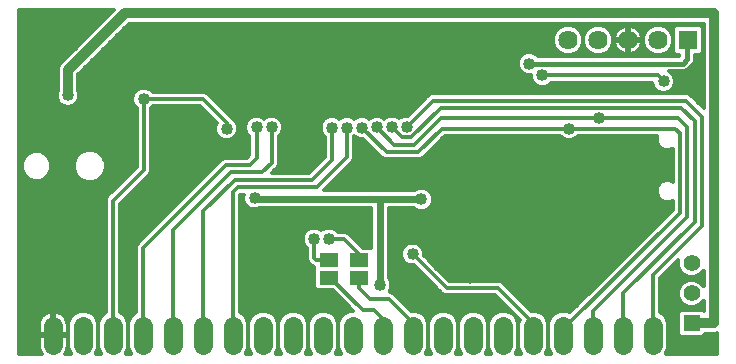
<source format=gbl>
G75*
G70*
%OFA0B0*%
%FSLAX24Y24*%
%IPPOS*%
%LPD*%
%AMOC8*
5,1,8,0,0,1.08239X$1,22.5*
%
%ADD10R,0.0640X0.0640*%
%ADD11C,0.0640*%
%ADD12C,0.0640*%
%ADD13R,0.0630X0.0460*%
%ADD14R,0.0555X0.0555*%
%ADD15C,0.0555*%
%ADD16C,0.0120*%
%ADD17C,0.0400*%
%ADD18C,0.0320*%
%ADD19C,0.0240*%
%ADD20C,0.0160*%
D10*
X023823Y010791D03*
D11*
X022823Y010791D03*
X021823Y010791D03*
X020823Y010791D03*
X019823Y010791D03*
D12*
X019662Y001269D02*
X019662Y000629D01*
X020662Y000629D02*
X020662Y001269D01*
X021662Y001269D02*
X021662Y000629D01*
X022662Y000629D02*
X022662Y001269D01*
X018662Y001269D02*
X018662Y000629D01*
X017662Y000629D02*
X017662Y001269D01*
X016662Y001269D02*
X016662Y000629D01*
X015662Y000629D02*
X015662Y001269D01*
X014662Y001269D02*
X014662Y000629D01*
X013662Y000629D02*
X013662Y001269D01*
X012662Y001269D02*
X012662Y000629D01*
X011662Y000629D02*
X011662Y001269D01*
X010662Y001269D02*
X010662Y000629D01*
X009662Y000629D02*
X009662Y001269D01*
X008662Y001269D02*
X008662Y000629D01*
X007662Y000629D02*
X007662Y001269D01*
X006662Y001269D02*
X006662Y000629D01*
X005662Y000629D02*
X005662Y001269D01*
X004662Y001269D02*
X004662Y000629D01*
X003662Y000629D02*
X003662Y001269D01*
X002662Y001269D02*
X002662Y000629D01*
D13*
X011851Y002861D03*
X012851Y002861D03*
X012851Y003461D03*
X011851Y003461D03*
D14*
X023939Y001342D03*
D15*
X023939Y002342D03*
X023939Y003342D03*
D16*
X001531Y000341D02*
X001531Y011792D01*
X004681Y011792D01*
X002862Y009974D01*
X002811Y009849D01*
X002811Y009714D01*
X002811Y009123D01*
X002771Y009027D01*
X002771Y008876D01*
X002828Y008736D01*
X002935Y008629D01*
X003075Y008571D01*
X003226Y008571D01*
X003366Y008629D01*
X003473Y008736D01*
X003531Y008876D01*
X003531Y009027D01*
X003491Y009123D01*
X003491Y009640D01*
X005187Y011337D01*
X024337Y011337D01*
X024337Y008518D01*
X023946Y008909D01*
X023878Y008977D01*
X023790Y009013D01*
X015380Y009013D01*
X015285Y009013D01*
X015197Y008977D01*
X014491Y008271D01*
X014375Y008271D01*
X014235Y008213D01*
X014201Y008179D01*
X014166Y008213D01*
X014026Y008271D01*
X013875Y008271D01*
X013735Y008213D01*
X013696Y008174D01*
X013666Y008203D01*
X013526Y008261D01*
X013375Y008261D01*
X013235Y008203D01*
X013196Y008164D01*
X013166Y008193D01*
X013026Y008251D01*
X012875Y008251D01*
X012735Y008193D01*
X012701Y008159D01*
X012666Y008193D01*
X012526Y008251D01*
X012375Y008251D01*
X012235Y008193D01*
X012201Y008159D01*
X012166Y008193D01*
X012026Y008251D01*
X011875Y008251D01*
X011735Y008193D01*
X011628Y008086D01*
X011571Y007947D01*
X011571Y007796D01*
X011628Y007656D01*
X011711Y007574D01*
X011711Y006881D01*
X011200Y006370D01*
X009951Y006370D01*
X010144Y006564D01*
X010181Y006652D01*
X010181Y006747D01*
X010181Y007584D01*
X010263Y007666D01*
X010321Y007806D01*
X010321Y007957D01*
X010263Y008096D01*
X010156Y008203D01*
X010016Y008261D01*
X009865Y008261D01*
X009725Y008203D01*
X009691Y008169D01*
X009656Y008203D01*
X009516Y008261D01*
X009365Y008261D01*
X009225Y008203D01*
X009118Y008096D01*
X009061Y007957D01*
X009061Y007806D01*
X009118Y007666D01*
X009201Y007584D01*
X009201Y006958D01*
X009111Y006869D01*
X008478Y006869D01*
X008383Y006869D01*
X008295Y006832D01*
X005458Y003996D01*
X005422Y003908D01*
X005422Y003812D01*
X005422Y001710D01*
X005378Y001693D01*
X005238Y001552D01*
X005162Y001368D01*
X005162Y000529D01*
X005238Y000345D01*
X005242Y000341D01*
X005081Y000341D01*
X005085Y000345D01*
X005162Y000529D01*
X005162Y001368D01*
X005085Y001552D01*
X004945Y001693D01*
X004902Y001710D01*
X004902Y005341D01*
X005817Y006257D01*
X005885Y006324D01*
X005921Y006413D01*
X005921Y008525D01*
X005979Y008583D01*
X007550Y008583D01*
X008105Y008028D01*
X008057Y007914D01*
X008057Y007763D01*
X008115Y007623D01*
X008222Y007516D01*
X008362Y007458D01*
X008513Y007458D01*
X008652Y007516D01*
X008759Y007623D01*
X008817Y007763D01*
X008817Y007914D01*
X008759Y008054D01*
X008652Y008161D01*
X008643Y008164D01*
X008641Y008171D01*
X007853Y008959D01*
X007786Y009026D01*
X007697Y009063D01*
X005979Y009063D01*
X005896Y009145D01*
X005757Y009203D01*
X005606Y009203D01*
X005466Y009145D01*
X005359Y009038D01*
X005301Y008898D01*
X005301Y008747D01*
X005359Y008607D01*
X005441Y008525D01*
X005441Y006560D01*
X004458Y005577D01*
X004422Y005489D01*
X004422Y005393D01*
X004422Y001710D01*
X004378Y001693D01*
X004238Y001552D01*
X004162Y001368D01*
X004162Y000529D01*
X004238Y000345D01*
X004242Y000341D01*
X004081Y000341D01*
X004085Y000345D01*
X004162Y000529D01*
X004162Y001368D01*
X004085Y001552D01*
X003945Y001693D01*
X003761Y001769D01*
X003562Y001769D01*
X003378Y001693D01*
X003238Y001552D01*
X003162Y001368D01*
X003162Y000529D01*
X003238Y000345D01*
X003242Y000341D01*
X003046Y000341D01*
X003072Y000377D01*
X003106Y000444D01*
X003130Y000516D01*
X003142Y000591D01*
X003142Y000909D01*
X002702Y000909D01*
X002702Y000989D01*
X003142Y000989D01*
X003142Y001306D01*
X003130Y001381D01*
X003106Y001453D01*
X003072Y001520D01*
X003028Y001581D01*
X002974Y001635D01*
X002913Y001679D01*
X002846Y001713D01*
X002774Y001737D01*
X002702Y001748D01*
X002702Y000989D01*
X002621Y000989D01*
X002621Y000909D01*
X002182Y000909D01*
X002182Y000591D01*
X002193Y000516D01*
X002217Y000444D01*
X002251Y000377D01*
X002277Y000341D01*
X001531Y000341D01*
X001531Y000398D02*
X002240Y000398D01*
X002193Y000517D02*
X001531Y000517D01*
X001531Y000635D02*
X002182Y000635D01*
X002182Y000754D02*
X001531Y000754D01*
X001531Y000873D02*
X002182Y000873D01*
X002182Y000989D02*
X002621Y000989D01*
X002621Y001748D01*
X002549Y001737D01*
X002477Y001713D01*
X002410Y001679D01*
X002349Y001635D01*
X002295Y001581D01*
X002251Y001520D01*
X002217Y001453D01*
X002193Y001381D01*
X002182Y001306D01*
X002182Y000989D01*
X002182Y000991D02*
X001531Y000991D01*
X001531Y001110D02*
X002182Y001110D01*
X002182Y001228D02*
X001531Y001228D01*
X001531Y001347D02*
X002188Y001347D01*
X002223Y001465D02*
X001531Y001465D01*
X001531Y001584D02*
X002298Y001584D01*
X002455Y001702D02*
X001531Y001702D01*
X001531Y001821D02*
X004422Y001821D01*
X004422Y001939D02*
X001531Y001939D01*
X001531Y002058D02*
X004422Y002058D01*
X004422Y002176D02*
X001531Y002176D01*
X001531Y002295D02*
X004422Y002295D01*
X004422Y002414D02*
X001531Y002414D01*
X001531Y002532D02*
X004422Y002532D01*
X004422Y002651D02*
X001531Y002651D01*
X001531Y002769D02*
X004422Y002769D01*
X004422Y002888D02*
X001531Y002888D01*
X001531Y003006D02*
X004422Y003006D01*
X004422Y003125D02*
X001531Y003125D01*
X001531Y003243D02*
X004422Y003243D01*
X004422Y003362D02*
X001531Y003362D01*
X001531Y003480D02*
X004422Y003480D01*
X004422Y003599D02*
X001531Y003599D01*
X001531Y003718D02*
X004422Y003718D01*
X004422Y003836D02*
X001531Y003836D01*
X001531Y003955D02*
X004422Y003955D01*
X004422Y004073D02*
X001531Y004073D01*
X001531Y004192D02*
X004422Y004192D01*
X004422Y004310D02*
X001531Y004310D01*
X001531Y004429D02*
X004422Y004429D01*
X004422Y004547D02*
X001531Y004547D01*
X001531Y004666D02*
X004422Y004666D01*
X004422Y004784D02*
X001531Y004784D01*
X001531Y004903D02*
X004422Y004903D01*
X004422Y005022D02*
X001531Y005022D01*
X001531Y005140D02*
X004422Y005140D01*
X004422Y005259D02*
X001531Y005259D01*
X001531Y005377D02*
X004422Y005377D01*
X004425Y005496D02*
X001531Y005496D01*
X001531Y005614D02*
X004496Y005614D01*
X004614Y005733D02*
X001531Y005733D01*
X001531Y005851D02*
X004733Y005851D01*
X004851Y005970D02*
X001531Y005970D01*
X001531Y006088D02*
X003694Y006088D01*
X003770Y006057D02*
X003982Y006057D01*
X004179Y006138D01*
X004329Y006289D01*
X004411Y006485D01*
X004411Y006698D01*
X004329Y006894D01*
X004179Y007044D01*
X003982Y007126D01*
X003770Y007126D01*
X003574Y007044D01*
X003423Y006894D01*
X003342Y006698D01*
X003342Y006485D01*
X003423Y006289D01*
X003574Y006138D01*
X003770Y006057D01*
X004059Y006088D02*
X004970Y006088D01*
X005088Y006207D02*
X004248Y006207D01*
X004344Y006326D02*
X005207Y006326D01*
X005325Y006444D02*
X004394Y006444D01*
X004411Y006563D02*
X005441Y006563D01*
X005441Y006681D02*
X004411Y006681D01*
X004368Y006800D02*
X005441Y006800D01*
X005441Y006918D02*
X004305Y006918D01*
X004186Y007037D02*
X005441Y007037D01*
X005441Y007155D02*
X001531Y007155D01*
X001531Y007037D02*
X001887Y007037D01*
X001824Y007011D02*
X001685Y006872D01*
X001610Y006690D01*
X001610Y006493D01*
X001685Y006311D01*
X001824Y006172D01*
X002006Y006096D01*
X002203Y006096D01*
X002385Y006172D01*
X002524Y006311D01*
X002599Y006493D01*
X002599Y006690D01*
X002524Y006872D01*
X002385Y007011D01*
X002203Y007086D01*
X002006Y007086D01*
X001824Y007011D01*
X001732Y006918D02*
X001531Y006918D01*
X001531Y006800D02*
X001655Y006800D01*
X001610Y006681D02*
X001531Y006681D01*
X001531Y006563D02*
X001610Y006563D01*
X001630Y006444D02*
X001531Y006444D01*
X001531Y006326D02*
X001679Y006326D01*
X001789Y006207D02*
X001531Y006207D01*
X002420Y006207D02*
X003505Y006207D01*
X003408Y006326D02*
X002530Y006326D01*
X002579Y006444D02*
X003359Y006444D01*
X003342Y006563D02*
X002599Y006563D01*
X002599Y006681D02*
X003342Y006681D01*
X003384Y006800D02*
X002554Y006800D01*
X002478Y006918D02*
X003448Y006918D01*
X003566Y007037D02*
X002322Y007037D01*
X001531Y007274D02*
X005441Y007274D01*
X005441Y007392D02*
X001531Y007392D01*
X001531Y007511D02*
X005441Y007511D01*
X005441Y007629D02*
X001531Y007629D01*
X001531Y007748D02*
X005441Y007748D01*
X005441Y007867D02*
X001531Y007867D01*
X001531Y007985D02*
X005441Y007985D01*
X005441Y008104D02*
X001531Y008104D01*
X001531Y008222D02*
X005441Y008222D01*
X005441Y008341D02*
X001531Y008341D01*
X001531Y008459D02*
X005441Y008459D01*
X005389Y008578D02*
X003242Y008578D01*
X003059Y008578D02*
X001531Y008578D01*
X001531Y008696D02*
X002868Y008696D01*
X002796Y008815D02*
X001531Y008815D01*
X001531Y008933D02*
X002771Y008933D01*
X002781Y009052D02*
X001531Y009052D01*
X001531Y009171D02*
X002811Y009171D01*
X002811Y009289D02*
X001531Y009289D01*
X001531Y009408D02*
X002811Y009408D01*
X002811Y009526D02*
X001531Y009526D01*
X001531Y009645D02*
X002811Y009645D01*
X002811Y009763D02*
X001531Y009763D01*
X001531Y009882D02*
X002824Y009882D01*
X002889Y010000D02*
X001531Y010000D01*
X001531Y010119D02*
X003007Y010119D01*
X003126Y010237D02*
X001531Y010237D01*
X001531Y010356D02*
X003245Y010356D01*
X003363Y010475D02*
X001531Y010475D01*
X001531Y010593D02*
X003482Y010593D01*
X003600Y010712D02*
X001531Y010712D01*
X001531Y010830D02*
X003719Y010830D01*
X003837Y010949D02*
X001531Y010949D01*
X001531Y011067D02*
X003956Y011067D01*
X004074Y011186D02*
X001531Y011186D01*
X001531Y011304D02*
X004193Y011304D01*
X004311Y011423D02*
X001531Y011423D01*
X001531Y011541D02*
X004430Y011541D01*
X004549Y011660D02*
X001531Y011660D01*
X001531Y011779D02*
X004667Y011779D01*
X005154Y011304D02*
X024337Y011304D01*
X024323Y011186D02*
X024337Y011186D01*
X024323Y011186D02*
X024218Y011291D01*
X023428Y011291D01*
X023323Y011186D01*
X023135Y011186D01*
X023106Y011215D02*
X022922Y011291D01*
X022724Y011291D01*
X022540Y011215D01*
X022399Y011074D01*
X022323Y010891D01*
X022323Y010692D01*
X022399Y010508D01*
X022540Y010367D01*
X022724Y010291D01*
X022922Y010291D01*
X023106Y010367D01*
X023247Y010508D01*
X023323Y010692D01*
X023323Y010891D01*
X023247Y011074D01*
X023106Y011215D01*
X023323Y011186D02*
X023323Y010397D01*
X023428Y010291D01*
X023531Y010291D01*
X023531Y010264D01*
X018803Y010264D01*
X018741Y010326D01*
X018601Y010384D01*
X018450Y010384D01*
X018310Y010326D01*
X018204Y010219D01*
X018146Y010079D01*
X018146Y009928D01*
X018204Y009789D01*
X018310Y009682D01*
X018450Y009624D01*
X018589Y009624D01*
X018589Y009534D01*
X018646Y009395D01*
X018753Y009288D01*
X018893Y009230D01*
X019044Y009230D01*
X019184Y009288D01*
X019266Y009370D01*
X022624Y009370D01*
X022624Y009338D01*
X022682Y009198D01*
X022789Y009091D01*
X022928Y009033D01*
X023080Y009033D01*
X023219Y009091D01*
X023326Y009198D01*
X023384Y009338D01*
X023384Y009489D01*
X023326Y009628D01*
X023219Y009735D01*
X023199Y009744D01*
X023696Y009744D01*
X023791Y009783D01*
X023864Y009856D01*
X024012Y010004D01*
X024051Y010100D01*
X024051Y010203D01*
X024051Y010291D01*
X024218Y010291D01*
X024323Y010397D01*
X024323Y011186D01*
X024323Y011067D02*
X024337Y011067D01*
X024323Y010949D02*
X024337Y010949D01*
X024323Y010830D02*
X024337Y010830D01*
X024323Y010712D02*
X024337Y010712D01*
X024323Y010593D02*
X024337Y010593D01*
X024323Y010475D02*
X024337Y010475D01*
X024337Y010356D02*
X024282Y010356D01*
X024337Y010237D02*
X024051Y010237D01*
X024051Y010119D02*
X024337Y010119D01*
X024337Y010000D02*
X024008Y010000D01*
X023890Y009882D02*
X024337Y009882D01*
X024337Y009763D02*
X023743Y009763D01*
X023369Y009526D02*
X024337Y009526D01*
X024337Y009408D02*
X023384Y009408D01*
X023364Y009289D02*
X024337Y009289D01*
X024337Y009171D02*
X023299Y009171D01*
X023125Y009052D02*
X024337Y009052D01*
X024337Y008933D02*
X023922Y008933D01*
X024040Y008815D02*
X024337Y008815D01*
X024337Y008696D02*
X024159Y008696D01*
X024277Y008578D02*
X024337Y008578D01*
X024284Y008232D02*
X023742Y008773D01*
X015333Y008773D01*
X014451Y007891D01*
X014299Y007543D02*
X013951Y007891D01*
X013451Y007881D02*
X014035Y007297D01*
X014687Y007297D01*
X015573Y008183D01*
X020839Y008183D01*
X023496Y008183D01*
X023791Y007888D01*
X023791Y004886D01*
X020662Y001756D01*
X020662Y000949D01*
X021662Y000949D02*
X021662Y002362D01*
X024038Y004738D01*
X024038Y008084D01*
X023595Y008527D01*
X015573Y008527D01*
X014589Y007543D01*
X014299Y007543D01*
X013771Y007051D02*
X012951Y007871D01*
X012701Y007584D02*
X012735Y007549D01*
X012875Y007491D01*
X012991Y007491D01*
X013635Y006848D01*
X013723Y006811D01*
X013819Y006811D01*
X014883Y006811D01*
X014971Y006848D01*
X015038Y006915D01*
X015722Y007598D01*
X019557Y007598D01*
X019639Y007516D01*
X019779Y007458D01*
X019930Y007458D01*
X020070Y007516D01*
X020152Y007598D01*
X022791Y007598D01*
X022774Y007558D01*
X022774Y007416D01*
X022829Y007285D01*
X022929Y007185D01*
X023061Y007130D01*
X023203Y007130D01*
X023305Y007173D01*
X023305Y006070D01*
X023203Y006112D01*
X023061Y006112D01*
X022929Y006058D01*
X022829Y005957D01*
X022774Y005826D01*
X022774Y005684D01*
X022829Y005553D01*
X022929Y005452D01*
X023061Y005398D01*
X023203Y005398D01*
X023305Y005441D01*
X023305Y005133D01*
X019889Y001716D01*
X019761Y001769D01*
X019562Y001769D01*
X019378Y001693D01*
X019238Y001552D01*
X019162Y001368D01*
X019162Y000529D01*
X019238Y000345D01*
X019242Y000341D01*
X019081Y000341D01*
X019085Y000345D01*
X019162Y000529D01*
X019162Y001368D01*
X019085Y001552D01*
X018945Y001693D01*
X018761Y001769D01*
X018586Y001769D01*
X017696Y002659D01*
X017628Y002727D01*
X017540Y002763D01*
X015869Y002763D01*
X015018Y003615D01*
X015018Y003731D01*
X014960Y003871D01*
X014853Y003977D01*
X014714Y004035D01*
X014562Y004035D01*
X014423Y003977D01*
X014316Y003871D01*
X014258Y003731D01*
X014258Y003580D01*
X014316Y003440D01*
X014423Y003333D01*
X014562Y003275D01*
X014679Y003275D01*
X015634Y002320D01*
X015722Y002283D01*
X015818Y002283D01*
X017393Y002283D01*
X018205Y001472D01*
X018162Y001368D01*
X018162Y000529D01*
X018238Y000345D01*
X018242Y000341D01*
X018081Y000341D01*
X018085Y000345D01*
X018162Y000529D01*
X018162Y001368D01*
X018085Y001552D01*
X017945Y001693D01*
X017761Y001769D01*
X017562Y001769D01*
X017378Y001693D01*
X017238Y001552D01*
X017162Y001368D01*
X017162Y000529D01*
X017238Y000345D01*
X017242Y000341D01*
X017081Y000341D01*
X017085Y000345D01*
X017162Y000529D01*
X017162Y001368D01*
X017085Y001552D01*
X016945Y001693D01*
X016761Y001769D01*
X016562Y001769D01*
X016378Y001693D01*
X016238Y001552D01*
X016162Y001368D01*
X016162Y000529D01*
X016238Y000345D01*
X016242Y000341D01*
X016081Y000341D01*
X016085Y000345D01*
X016162Y000529D01*
X016162Y001368D01*
X016085Y001552D01*
X015945Y001693D01*
X015761Y001769D01*
X015562Y001769D01*
X015378Y001693D01*
X015238Y001552D01*
X015162Y001368D01*
X015162Y000529D01*
X015238Y000345D01*
X015242Y000341D01*
X015081Y000341D01*
X015085Y000345D01*
X015162Y000529D01*
X015162Y001368D01*
X015085Y001552D01*
X014945Y001693D01*
X014761Y001769D01*
X014583Y001769D01*
X013986Y002365D01*
X013898Y002401D01*
X013872Y002401D01*
X013877Y002407D01*
X013935Y002546D01*
X013935Y002697D01*
X013877Y002837D01*
X013855Y002859D01*
X013855Y005176D01*
X014696Y005176D01*
X014718Y005154D01*
X014858Y005096D01*
X015009Y005096D01*
X015148Y005154D01*
X015255Y005261D01*
X015313Y005401D01*
X015313Y005552D01*
X015255Y005691D01*
X015148Y005798D01*
X015009Y005856D01*
X014858Y005856D01*
X014718Y005798D01*
X014696Y005776D01*
X013615Y005776D01*
X011673Y005776D01*
X012654Y006757D01*
X012691Y006845D01*
X012691Y006941D01*
X012691Y007574D01*
X012701Y007584D01*
X012691Y007511D02*
X012827Y007511D01*
X012691Y007392D02*
X013090Y007392D01*
X013209Y007274D02*
X012691Y007274D01*
X012691Y007155D02*
X013327Y007155D01*
X013446Y007037D02*
X012691Y007037D01*
X012691Y006918D02*
X013564Y006918D01*
X013771Y007051D02*
X014835Y007051D01*
X015622Y007838D01*
X019854Y007838D01*
X023398Y007838D01*
X023545Y007691D01*
X023545Y005033D01*
X019662Y001149D01*
X019662Y000949D01*
X019162Y000991D02*
X019162Y000991D01*
X019162Y000873D02*
X019162Y000873D01*
X019162Y000754D02*
X019162Y000754D01*
X019162Y000635D02*
X019162Y000635D01*
X019156Y000517D02*
X019167Y000517D01*
X019216Y000398D02*
X019107Y000398D01*
X018662Y000949D02*
X018662Y001354D01*
X017492Y002523D01*
X015770Y002523D01*
X014638Y003655D01*
X014302Y003836D02*
X013855Y003836D01*
X013855Y003718D02*
X014258Y003718D01*
X014258Y003599D02*
X013855Y003599D01*
X013855Y003480D02*
X014299Y003480D01*
X014394Y003362D02*
X013855Y003362D01*
X013855Y003243D02*
X014710Y003243D01*
X014829Y003125D02*
X013855Y003125D01*
X013855Y003006D02*
X014948Y003006D01*
X015066Y002888D02*
X013855Y002888D01*
X013906Y002769D02*
X015185Y002769D01*
X015303Y002651D02*
X013935Y002651D01*
X013929Y002532D02*
X015422Y002532D01*
X015540Y002414D02*
X013880Y002414D01*
X014056Y002295D02*
X015694Y002295D01*
X015863Y002769D02*
X020942Y002769D01*
X020823Y002651D02*
X017704Y002651D01*
X017823Y002532D02*
X020705Y002532D01*
X020586Y002414D02*
X017942Y002414D01*
X018060Y002295D02*
X020468Y002295D01*
X020349Y002176D02*
X018179Y002176D01*
X018297Y002058D02*
X020231Y002058D01*
X020112Y001939D02*
X018416Y001939D01*
X018534Y001821D02*
X019994Y001821D01*
X019402Y001702D02*
X018921Y001702D01*
X019054Y001584D02*
X019270Y001584D01*
X019202Y001465D02*
X019121Y001465D01*
X019162Y001347D02*
X019162Y001347D01*
X019162Y001228D02*
X019162Y001228D01*
X019162Y001110D02*
X019162Y001110D01*
X018162Y001110D02*
X018162Y001110D01*
X018162Y001228D02*
X018162Y001228D01*
X018162Y001347D02*
X018162Y001347D01*
X018121Y001465D02*
X018202Y001465D01*
X018093Y001584D02*
X018054Y001584D01*
X017974Y001702D02*
X017921Y001702D01*
X017855Y001821D02*
X014530Y001821D01*
X014412Y001939D02*
X017737Y001939D01*
X017618Y002058D02*
X014293Y002058D01*
X014175Y002176D02*
X017500Y002176D01*
X017402Y001702D02*
X016921Y001702D01*
X017054Y001584D02*
X017270Y001584D01*
X017202Y001465D02*
X017121Y001465D01*
X017162Y001347D02*
X017162Y001347D01*
X017162Y001228D02*
X017162Y001228D01*
X017162Y001110D02*
X017162Y001110D01*
X017162Y000991D02*
X017162Y000991D01*
X017162Y000873D02*
X017162Y000873D01*
X017162Y000754D02*
X017162Y000754D01*
X017162Y000635D02*
X017162Y000635D01*
X017156Y000517D02*
X017167Y000517D01*
X017216Y000398D02*
X017107Y000398D01*
X016216Y000398D02*
X016107Y000398D01*
X016156Y000517D02*
X016167Y000517D01*
X016162Y000635D02*
X016162Y000635D01*
X016162Y000754D02*
X016162Y000754D01*
X016162Y000873D02*
X016162Y000873D01*
X016162Y000991D02*
X016162Y000991D01*
X016162Y001110D02*
X016162Y001110D01*
X016162Y001228D02*
X016162Y001228D01*
X016162Y001347D02*
X016162Y001347D01*
X016121Y001465D02*
X016202Y001465D01*
X016270Y001584D02*
X016054Y001584D01*
X015921Y001702D02*
X016402Y001702D01*
X015402Y001702D02*
X014921Y001702D01*
X015054Y001584D02*
X015270Y001584D01*
X015202Y001465D02*
X015121Y001465D01*
X015162Y001347D02*
X015162Y001347D01*
X015162Y001228D02*
X015162Y001228D01*
X015162Y001110D02*
X015162Y001110D01*
X015162Y000991D02*
X015162Y000991D01*
X015162Y000873D02*
X015162Y000873D01*
X015162Y000754D02*
X015162Y000754D01*
X015162Y000635D02*
X015162Y000635D01*
X015156Y000517D02*
X015167Y000517D01*
X015216Y000398D02*
X015107Y000398D01*
X014662Y000949D02*
X014662Y001350D01*
X013851Y002161D01*
X013226Y002161D01*
X012851Y002536D01*
X012851Y002861D01*
X011901Y002861D02*
X012976Y001786D01*
X013351Y001786D01*
X013662Y001475D01*
X013662Y000949D01*
X012562Y001769D02*
X012378Y001693D01*
X012238Y001552D01*
X012162Y001368D01*
X012162Y000529D01*
X012238Y000345D01*
X012242Y000341D01*
X012081Y000341D01*
X012085Y000345D01*
X012162Y000529D01*
X012162Y001368D01*
X012085Y001552D01*
X011945Y001693D01*
X011761Y001769D01*
X011562Y001769D01*
X011378Y001693D01*
X011238Y001552D01*
X011162Y001368D01*
X011162Y000529D01*
X011238Y000345D01*
X011242Y000341D01*
X011081Y000341D01*
X011085Y000345D01*
X011162Y000529D01*
X011162Y001368D01*
X011085Y001552D01*
X010945Y001693D01*
X010761Y001769D01*
X010562Y001769D01*
X010378Y001693D01*
X010238Y001552D01*
X010162Y001368D01*
X010162Y000529D01*
X010238Y000345D01*
X010242Y000341D01*
X010081Y000341D01*
X010085Y000345D01*
X010162Y000529D01*
X010162Y001368D01*
X010085Y001552D01*
X009945Y001693D01*
X009761Y001769D01*
X009562Y001769D01*
X009378Y001693D01*
X009238Y001552D01*
X009162Y001368D01*
X009162Y000529D01*
X009238Y000345D01*
X009242Y000341D01*
X009081Y000341D01*
X009085Y000345D01*
X009162Y000529D01*
X009162Y001368D01*
X009085Y001552D01*
X008945Y001693D01*
X008902Y001710D01*
X008902Y005613D01*
X008930Y005641D01*
X009009Y005641D01*
X008992Y005601D01*
X008992Y005450D01*
X009050Y005310D01*
X009157Y005203D01*
X009297Y005145D01*
X009448Y005145D01*
X009522Y005176D01*
X013255Y005176D01*
X013255Y003856D01*
X013240Y003871D01*
X012980Y003871D01*
X012486Y004365D01*
X012398Y004401D01*
X012303Y004401D01*
X012148Y004401D01*
X012066Y004483D01*
X011926Y004541D01*
X011775Y004541D01*
X011635Y004483D01*
X011601Y004449D01*
X011566Y004483D01*
X011426Y004541D01*
X011275Y004541D01*
X011135Y004483D01*
X011028Y004376D01*
X010971Y004237D01*
X010971Y004086D01*
X011028Y003946D01*
X011111Y003864D01*
X011111Y003489D01*
X011147Y003400D01*
X011215Y003333D01*
X011222Y003325D01*
X011290Y003258D01*
X011356Y003230D01*
X011356Y003157D01*
X011356Y002557D01*
X011461Y002451D01*
X011971Y002451D01*
X012654Y001769D01*
X012562Y001769D01*
X012601Y001821D02*
X008902Y001821D01*
X008902Y001939D02*
X012483Y001939D01*
X012364Y002058D02*
X008902Y002058D01*
X008902Y002176D02*
X012246Y002176D01*
X012127Y002295D02*
X008902Y002295D01*
X008902Y002414D02*
X012009Y002414D01*
X011380Y002532D02*
X008902Y002532D01*
X008902Y002651D02*
X011356Y002651D01*
X011356Y002769D02*
X008902Y002769D01*
X008902Y002888D02*
X011356Y002888D01*
X011356Y003006D02*
X008902Y003006D01*
X008902Y003125D02*
X011356Y003125D01*
X011324Y003243D02*
X008902Y003243D01*
X008902Y003362D02*
X011185Y003362D01*
X011215Y003333D02*
X011215Y003333D01*
X011222Y003325D02*
X011222Y003325D01*
X011114Y003480D02*
X008902Y003480D01*
X008902Y003599D02*
X011111Y003599D01*
X011111Y003718D02*
X008902Y003718D01*
X008902Y003836D02*
X011111Y003836D01*
X011025Y003955D02*
X008902Y003955D01*
X008902Y004073D02*
X010976Y004073D01*
X010971Y004192D02*
X008902Y004192D01*
X008902Y004310D02*
X011001Y004310D01*
X011081Y004429D02*
X008902Y004429D01*
X008902Y004547D02*
X013255Y004547D01*
X013255Y004429D02*
X012120Y004429D01*
X012541Y004310D02*
X013255Y004310D01*
X013255Y004192D02*
X012659Y004192D01*
X012778Y004073D02*
X013255Y004073D01*
X013255Y003955D02*
X012897Y003955D01*
X012851Y003661D02*
X012851Y003461D01*
X012851Y003661D02*
X012351Y004161D01*
X011851Y004161D01*
X011351Y004161D02*
X011351Y003536D01*
X011426Y003461D01*
X011851Y003461D01*
X011851Y002861D02*
X011901Y002861D01*
X013855Y003955D02*
X014400Y003955D01*
X014876Y003955D02*
X022127Y003955D01*
X022009Y003836D02*
X014974Y003836D01*
X015018Y003718D02*
X021890Y003718D01*
X021772Y003599D02*
X015034Y003599D01*
X015152Y003480D02*
X021653Y003480D01*
X021535Y003362D02*
X015271Y003362D01*
X015389Y003243D02*
X021416Y003243D01*
X021298Y003125D02*
X015508Y003125D01*
X015626Y003006D02*
X021179Y003006D01*
X021061Y002888D02*
X015745Y002888D01*
X013855Y004073D02*
X022246Y004073D01*
X022364Y004192D02*
X013855Y004192D01*
X013855Y004310D02*
X022483Y004310D01*
X022602Y004429D02*
X013855Y004429D01*
X013855Y004547D02*
X022720Y004547D01*
X022839Y004666D02*
X013855Y004666D01*
X013855Y004784D02*
X022957Y004784D01*
X023076Y004903D02*
X013855Y004903D01*
X013855Y005022D02*
X023194Y005022D01*
X023305Y005140D02*
X015115Y005140D01*
X015253Y005259D02*
X023305Y005259D01*
X023305Y005377D02*
X015303Y005377D01*
X015313Y005496D02*
X022886Y005496D01*
X022803Y005614D02*
X015287Y005614D01*
X015214Y005733D02*
X022774Y005733D01*
X022785Y005851D02*
X015021Y005851D01*
X014846Y005851D02*
X011748Y005851D01*
X011867Y005970D02*
X022841Y005970D01*
X023003Y006088D02*
X011986Y006088D01*
X012104Y006207D02*
X023305Y006207D01*
X023305Y006326D02*
X012223Y006326D01*
X012341Y006444D02*
X023305Y006444D01*
X023305Y006563D02*
X012460Y006563D01*
X012578Y006681D02*
X023305Y006681D01*
X023305Y006800D02*
X012672Y006800D01*
X012451Y006893D02*
X011439Y005881D01*
X008831Y005881D01*
X008662Y005712D01*
X008662Y000949D01*
X009162Y000991D02*
X009162Y000991D01*
X009162Y000873D02*
X009162Y000873D01*
X009162Y000754D02*
X009162Y000754D01*
X009162Y000635D02*
X009162Y000635D01*
X009156Y000517D02*
X009167Y000517D01*
X009216Y000398D02*
X009107Y000398D01*
X010107Y000398D02*
X010216Y000398D01*
X010167Y000517D02*
X010156Y000517D01*
X010162Y000635D02*
X010162Y000635D01*
X010162Y000754D02*
X010162Y000754D01*
X010162Y000873D02*
X010162Y000873D01*
X010162Y000991D02*
X010162Y000991D01*
X010162Y001110D02*
X010162Y001110D01*
X010162Y001228D02*
X010162Y001228D01*
X010162Y001347D02*
X010162Y001347D01*
X010121Y001465D02*
X010202Y001465D01*
X010270Y001584D02*
X010054Y001584D01*
X009921Y001702D02*
X010402Y001702D01*
X010921Y001702D02*
X011402Y001702D01*
X011270Y001584D02*
X011054Y001584D01*
X011121Y001465D02*
X011202Y001465D01*
X011162Y001347D02*
X011162Y001347D01*
X011162Y001228D02*
X011162Y001228D01*
X011162Y001110D02*
X011162Y001110D01*
X011162Y000991D02*
X011162Y000991D01*
X011162Y000873D02*
X011162Y000873D01*
X011162Y000754D02*
X011162Y000754D01*
X011162Y000635D02*
X011162Y000635D01*
X011156Y000517D02*
X011167Y000517D01*
X011216Y000398D02*
X011107Y000398D01*
X012107Y000398D02*
X012216Y000398D01*
X012167Y000517D02*
X012156Y000517D01*
X012162Y000635D02*
X012162Y000635D01*
X012162Y000754D02*
X012162Y000754D01*
X012162Y000873D02*
X012162Y000873D01*
X012162Y000991D02*
X012162Y000991D01*
X012162Y001110D02*
X012162Y001110D01*
X012162Y001228D02*
X012162Y001228D01*
X012162Y001347D02*
X012162Y001347D01*
X012121Y001465D02*
X012202Y001465D01*
X012270Y001584D02*
X012054Y001584D01*
X011921Y001702D02*
X012402Y001702D01*
X009402Y001702D02*
X008921Y001702D01*
X009054Y001584D02*
X009270Y001584D01*
X009202Y001465D02*
X009121Y001465D01*
X009162Y001347D02*
X009162Y001347D01*
X009162Y001228D02*
X009162Y001228D01*
X009162Y001110D02*
X009162Y001110D01*
X007662Y000949D02*
X007662Y005083D01*
X008709Y006130D01*
X011300Y006130D01*
X011951Y006781D01*
X011951Y007871D01*
X011590Y007748D02*
X010297Y007748D01*
X010321Y007867D02*
X011571Y007867D01*
X011586Y007985D02*
X010309Y007985D01*
X010256Y008104D02*
X011646Y008104D01*
X011805Y008222D02*
X010110Y008222D01*
X009771Y008222D02*
X009610Y008222D01*
X009271Y008222D02*
X008590Y008222D01*
X008471Y008341D02*
X014561Y008341D01*
X014679Y008459D02*
X008353Y008459D01*
X008234Y008578D02*
X014798Y008578D01*
X014916Y008696D02*
X008115Y008696D01*
X007997Y008815D02*
X015035Y008815D01*
X015153Y008933D02*
X007878Y008933D01*
X007723Y009052D02*
X022883Y009052D01*
X022709Y009171D02*
X005834Y009171D01*
X005528Y009171D02*
X003491Y009171D01*
X003491Y009289D02*
X018752Y009289D01*
X018641Y009408D02*
X003491Y009408D01*
X003491Y009526D02*
X018592Y009526D01*
X018400Y009645D02*
X003495Y009645D01*
X003613Y009763D02*
X018229Y009763D01*
X018165Y009882D02*
X003732Y009882D01*
X003850Y010000D02*
X018146Y010000D01*
X018162Y010119D02*
X003969Y010119D01*
X004088Y010237D02*
X018222Y010237D01*
X018383Y010356D02*
X004206Y010356D01*
X004325Y010475D02*
X019433Y010475D01*
X019399Y010508D02*
X019540Y010367D01*
X019724Y010291D01*
X019922Y010291D01*
X020106Y010367D01*
X020247Y010508D01*
X020323Y010692D01*
X020399Y010508D01*
X020540Y010367D01*
X020724Y010291D01*
X020922Y010291D01*
X021106Y010367D01*
X021247Y010508D01*
X021323Y010692D01*
X021323Y010891D01*
X021247Y011074D01*
X021106Y011215D01*
X020922Y011291D01*
X020724Y011291D01*
X020540Y011215D01*
X020399Y011074D01*
X020323Y010891D01*
X020323Y010692D01*
X020323Y010891D01*
X020247Y011074D01*
X020106Y011215D01*
X019922Y011291D01*
X019724Y011291D01*
X019540Y011215D01*
X019399Y011074D01*
X019323Y010891D01*
X019323Y010692D01*
X019399Y010508D01*
X019364Y010593D02*
X004443Y010593D01*
X004562Y010712D02*
X019323Y010712D01*
X019323Y010830D02*
X004680Y010830D01*
X004799Y010949D02*
X019347Y010949D01*
X019396Y011067D02*
X004917Y011067D01*
X005036Y011186D02*
X019511Y011186D01*
X020135Y011186D02*
X020511Y011186D01*
X020396Y011067D02*
X020250Y011067D01*
X020299Y010949D02*
X020347Y010949D01*
X020323Y010830D02*
X020323Y010830D01*
X020323Y010712D02*
X020323Y010712D01*
X020282Y010593D02*
X020364Y010593D01*
X020433Y010475D02*
X020213Y010475D01*
X020079Y010356D02*
X020567Y010356D01*
X021079Y010356D02*
X021620Y010356D01*
X021639Y010346D02*
X021571Y010381D01*
X021510Y010425D01*
X021457Y010478D01*
X021412Y010540D01*
X021378Y010607D01*
X021355Y010679D01*
X021343Y010751D01*
X021783Y010751D01*
X021863Y010751D01*
X021863Y010312D01*
X021935Y010323D01*
X022007Y010346D01*
X022075Y010381D01*
X022136Y010425D01*
X022189Y010478D01*
X022234Y010540D01*
X022268Y010607D01*
X022291Y010679D01*
X022303Y010751D01*
X021863Y010751D01*
X021863Y010831D01*
X022303Y010831D01*
X022291Y010904D01*
X022268Y010975D01*
X022234Y011043D01*
X022189Y011104D01*
X022136Y011157D01*
X022075Y011202D01*
X022007Y011236D01*
X021935Y011259D01*
X021863Y011271D01*
X021863Y010831D01*
X021783Y010831D01*
X021783Y010751D01*
X021783Y010312D01*
X021711Y010323D01*
X021639Y010346D01*
X021783Y010356D02*
X021863Y010356D01*
X021863Y010475D02*
X021783Y010475D01*
X021783Y010593D02*
X021863Y010593D01*
X021863Y010712D02*
X021783Y010712D01*
X021783Y010830D02*
X021323Y010830D01*
X021343Y010831D02*
X021783Y010831D01*
X021783Y011271D01*
X021711Y011259D01*
X021639Y011236D01*
X021571Y011202D01*
X021510Y011157D01*
X021457Y011104D01*
X021412Y011043D01*
X021378Y010975D01*
X021355Y010904D01*
X021343Y010831D01*
X021350Y010712D02*
X021323Y010712D01*
X021282Y010593D02*
X021385Y010593D01*
X021461Y010475D02*
X021213Y010475D01*
X021863Y010830D02*
X022323Y010830D01*
X022323Y010712D02*
X022296Y010712D01*
X022261Y010593D02*
X022364Y010593D01*
X022433Y010475D02*
X022185Y010475D01*
X022026Y010356D02*
X022567Y010356D01*
X023079Y010356D02*
X023364Y010356D01*
X023323Y010475D02*
X023213Y010475D01*
X023282Y010593D02*
X023323Y010593D01*
X023323Y010712D02*
X023323Y010712D01*
X023323Y010830D02*
X023323Y010830D01*
X023323Y010949D02*
X023299Y010949D01*
X023323Y011067D02*
X023250Y011067D01*
X022511Y011186D02*
X022096Y011186D01*
X022216Y011067D02*
X022396Y011067D01*
X022347Y010949D02*
X022276Y010949D01*
X021863Y010949D02*
X021783Y010949D01*
X021783Y011067D02*
X021863Y011067D01*
X021863Y011186D02*
X021783Y011186D01*
X021550Y011186D02*
X021135Y011186D01*
X021250Y011067D02*
X021430Y011067D01*
X021369Y010949D02*
X021299Y010949D01*
X019567Y010356D02*
X018668Y010356D01*
X018969Y009610D02*
X022807Y009610D01*
X023004Y009413D01*
X022644Y009289D02*
X019185Y009289D01*
X019652Y007511D02*
X015634Y007511D01*
X015516Y007392D02*
X022784Y007392D01*
X022774Y007511D02*
X020057Y007511D01*
X022840Y007274D02*
X015397Y007274D01*
X015279Y007155D02*
X023000Y007155D01*
X023263Y007155D02*
X023305Y007155D01*
X023305Y007037D02*
X015160Y007037D01*
X015041Y006918D02*
X023305Y006918D01*
X023305Y006088D02*
X023260Y006088D01*
X024284Y004590D02*
X024284Y008232D01*
X024337Y009645D02*
X023310Y009645D01*
X014257Y008222D02*
X014145Y008222D01*
X013757Y008222D02*
X013620Y008222D01*
X013281Y008222D02*
X013096Y008222D01*
X012805Y008222D02*
X012596Y008222D01*
X012305Y008222D02*
X012096Y008222D01*
X012451Y007871D02*
X012451Y006893D01*
X011711Y006918D02*
X010181Y006918D01*
X010181Y006800D02*
X011630Y006800D01*
X011511Y006681D02*
X010181Y006681D01*
X010143Y006563D02*
X011392Y006563D01*
X011274Y006444D02*
X010024Y006444D01*
X009941Y006700D02*
X009621Y006380D01*
X008570Y006380D01*
X006662Y004471D01*
X006662Y000949D01*
X005662Y000949D02*
X005662Y003860D01*
X008431Y006629D01*
X009211Y006629D01*
X009441Y006859D01*
X009441Y007881D01*
X009084Y007748D02*
X008811Y007748D01*
X008817Y007867D02*
X009061Y007867D01*
X009072Y007985D02*
X008788Y007985D01*
X008709Y008104D02*
X009126Y008104D01*
X008437Y008035D02*
X008437Y007838D01*
X008087Y007985D02*
X005921Y007985D01*
X005921Y007867D02*
X008057Y007867D01*
X008063Y007748D02*
X005921Y007748D01*
X005921Y007629D02*
X008112Y007629D01*
X008235Y007511D02*
X005921Y007511D01*
X005921Y007392D02*
X009201Y007392D01*
X009201Y007274D02*
X005921Y007274D01*
X005921Y007155D02*
X009201Y007155D01*
X009201Y007037D02*
X005921Y007037D01*
X005921Y006918D02*
X009160Y006918D01*
X009941Y006700D02*
X009941Y007881D01*
X010226Y007629D02*
X011655Y007629D01*
X011711Y007511D02*
X010181Y007511D01*
X010181Y007392D02*
X011711Y007392D01*
X011711Y007274D02*
X010181Y007274D01*
X010181Y007155D02*
X011711Y007155D01*
X011711Y007037D02*
X010181Y007037D01*
X009201Y007511D02*
X008640Y007511D01*
X008762Y007629D02*
X009155Y007629D01*
X008437Y008035D02*
X007650Y008823D01*
X005681Y008823D01*
X005681Y006460D01*
X004662Y005441D01*
X004662Y000949D01*
X005162Y000991D02*
X005162Y000991D01*
X005162Y000873D02*
X005162Y000873D01*
X005162Y000754D02*
X005162Y000754D01*
X005162Y000635D02*
X005162Y000635D01*
X005156Y000517D02*
X005167Y000517D01*
X005216Y000398D02*
X005107Y000398D01*
X004216Y000398D02*
X004107Y000398D01*
X004156Y000517D02*
X004167Y000517D01*
X004162Y000635D02*
X004162Y000635D01*
X004162Y000754D02*
X004162Y000754D01*
X004162Y000873D02*
X004162Y000873D01*
X004162Y000991D02*
X004162Y000991D01*
X004162Y001110D02*
X004162Y001110D01*
X004162Y001228D02*
X004162Y001228D01*
X004162Y001347D02*
X004162Y001347D01*
X004121Y001465D02*
X004202Y001465D01*
X004270Y001584D02*
X004054Y001584D01*
X003921Y001702D02*
X004402Y001702D01*
X004902Y001821D02*
X005422Y001821D01*
X005422Y001939D02*
X004902Y001939D01*
X004902Y002058D02*
X005422Y002058D01*
X005422Y002176D02*
X004902Y002176D01*
X004902Y002295D02*
X005422Y002295D01*
X005422Y002414D02*
X004902Y002414D01*
X004902Y002532D02*
X005422Y002532D01*
X005422Y002651D02*
X004902Y002651D01*
X004902Y002769D02*
X005422Y002769D01*
X005422Y002888D02*
X004902Y002888D01*
X004902Y003006D02*
X005422Y003006D01*
X005422Y003125D02*
X004902Y003125D01*
X004902Y003243D02*
X005422Y003243D01*
X005422Y003362D02*
X004902Y003362D01*
X004902Y003480D02*
X005422Y003480D01*
X005422Y003599D02*
X004902Y003599D01*
X004902Y003718D02*
X005422Y003718D01*
X005422Y003836D02*
X004902Y003836D01*
X004902Y003955D02*
X005441Y003955D01*
X005535Y004073D02*
X004902Y004073D01*
X004902Y004192D02*
X005654Y004192D01*
X005773Y004310D02*
X004902Y004310D01*
X004902Y004429D02*
X005891Y004429D01*
X006010Y004547D02*
X004902Y004547D01*
X004902Y004666D02*
X006128Y004666D01*
X006247Y004784D02*
X004902Y004784D01*
X004902Y004903D02*
X006365Y004903D01*
X006484Y005022D02*
X004902Y005022D01*
X004902Y005140D02*
X006602Y005140D01*
X006721Y005259D02*
X004902Y005259D01*
X004937Y005377D02*
X006839Y005377D01*
X006958Y005496D02*
X005056Y005496D01*
X005174Y005614D02*
X007076Y005614D01*
X007195Y005733D02*
X005293Y005733D01*
X005412Y005851D02*
X007314Y005851D01*
X007432Y005970D02*
X005530Y005970D01*
X005649Y006088D02*
X007551Y006088D01*
X007669Y006207D02*
X005767Y006207D01*
X005885Y006326D02*
X007788Y006326D01*
X007906Y006444D02*
X005921Y006444D01*
X005921Y006563D02*
X008025Y006563D01*
X008143Y006681D02*
X005921Y006681D01*
X005921Y006800D02*
X008262Y006800D01*
X008903Y005614D02*
X008998Y005614D01*
X008992Y005496D02*
X008902Y005496D01*
X008902Y005377D02*
X009022Y005377D01*
X009102Y005259D02*
X008902Y005259D01*
X008902Y005140D02*
X013255Y005140D01*
X013255Y005022D02*
X008902Y005022D01*
X008902Y004903D02*
X013255Y004903D01*
X013255Y004784D02*
X008902Y004784D01*
X008902Y004666D02*
X013255Y004666D01*
X013855Y005140D02*
X014752Y005140D01*
X008029Y008104D02*
X005921Y008104D01*
X005921Y008222D02*
X007911Y008222D01*
X007792Y008341D02*
X005921Y008341D01*
X005921Y008459D02*
X007674Y008459D01*
X007555Y008578D02*
X005974Y008578D01*
X005322Y008696D02*
X003433Y008696D01*
X003505Y008815D02*
X005301Y008815D01*
X005316Y008933D02*
X003531Y008933D01*
X003520Y009052D02*
X005373Y009052D01*
X005402Y001702D02*
X004921Y001702D01*
X005054Y001584D02*
X005270Y001584D01*
X005202Y001465D02*
X005121Y001465D01*
X005162Y001347D02*
X005162Y001347D01*
X005162Y001228D02*
X005162Y001228D01*
X005162Y001110D02*
X005162Y001110D01*
X003402Y001702D02*
X002868Y001702D01*
X002702Y001702D02*
X002621Y001702D01*
X002621Y001584D02*
X002702Y001584D01*
X002702Y001465D02*
X002621Y001465D01*
X002621Y001347D02*
X002702Y001347D01*
X002702Y001228D02*
X002621Y001228D01*
X002621Y001110D02*
X002702Y001110D01*
X002702Y000991D02*
X002621Y000991D01*
X003142Y000991D02*
X003162Y000991D01*
X003162Y000873D02*
X003142Y000873D01*
X003142Y000754D02*
X003162Y000754D01*
X003162Y000635D02*
X003142Y000635D01*
X003130Y000517D02*
X003167Y000517D01*
X003216Y000398D02*
X003083Y000398D01*
X003142Y001110D02*
X003162Y001110D01*
X003162Y001228D02*
X003142Y001228D01*
X003135Y001347D02*
X003162Y001347D01*
X003202Y001465D02*
X003100Y001465D01*
X003025Y001584D02*
X003270Y001584D01*
X018107Y000398D02*
X018216Y000398D01*
X018167Y000517D02*
X018156Y000517D01*
X018162Y000635D02*
X018162Y000635D01*
X018162Y000754D02*
X018162Y000754D01*
X018162Y000873D02*
X018162Y000873D01*
X018162Y000991D02*
X018162Y000991D01*
X022662Y000949D02*
X022662Y002968D01*
X024284Y004590D01*
X023493Y003460D02*
X023482Y003433D01*
X023482Y003251D01*
X023551Y003083D01*
X023680Y002955D01*
X023848Y002885D01*
X024030Y002885D01*
X024198Y002955D01*
X024327Y003083D01*
X024337Y003108D01*
X024337Y002576D01*
X024327Y002601D01*
X024198Y002730D01*
X024030Y002800D01*
X023848Y002800D01*
X023680Y002730D01*
X023551Y002601D01*
X023482Y002433D01*
X023482Y002251D01*
X023551Y002083D01*
X023680Y001955D01*
X023848Y001885D01*
X024030Y001885D01*
X024198Y001955D01*
X024327Y002083D01*
X024337Y002108D01*
X024337Y001754D01*
X024291Y001800D01*
X023587Y001800D01*
X023482Y001694D01*
X023482Y000990D01*
X023587Y000885D01*
X024291Y000885D01*
X024397Y000990D01*
X024397Y001002D01*
X024610Y001002D01*
X024745Y001002D01*
X024793Y001022D01*
X024793Y000341D01*
X023081Y000341D01*
X023085Y000345D01*
X023162Y000529D01*
X023162Y001368D01*
X023085Y001552D01*
X022945Y001693D01*
X022902Y001710D01*
X022902Y002869D01*
X023493Y003460D01*
X023482Y003362D02*
X023395Y003362D01*
X023485Y003243D02*
X023276Y003243D01*
X023157Y003125D02*
X023534Y003125D01*
X023628Y003006D02*
X023039Y003006D01*
X022920Y002888D02*
X023841Y002888D01*
X023774Y002769D02*
X022902Y002769D01*
X022902Y002651D02*
X023600Y002651D01*
X023523Y002532D02*
X022902Y002532D01*
X022902Y002414D02*
X023482Y002414D01*
X023482Y002295D02*
X022902Y002295D01*
X022902Y002176D02*
X023513Y002176D01*
X023577Y002058D02*
X022902Y002058D01*
X022902Y001939D02*
X023716Y001939D01*
X024162Y001939D02*
X024337Y001939D01*
X024337Y001821D02*
X022902Y001821D01*
X022921Y001702D02*
X023490Y001702D01*
X023482Y001584D02*
X023054Y001584D01*
X023121Y001465D02*
X023482Y001465D01*
X023482Y001347D02*
X023162Y001347D01*
X023162Y001228D02*
X023482Y001228D01*
X023482Y001110D02*
X023162Y001110D01*
X023162Y000991D02*
X023482Y000991D01*
X023162Y000873D02*
X024793Y000873D01*
X024793Y000991D02*
X024397Y000991D01*
X024793Y000754D02*
X023162Y000754D01*
X023162Y000635D02*
X024793Y000635D01*
X024793Y000517D02*
X023156Y000517D01*
X023107Y000398D02*
X024793Y000398D01*
X024337Y002058D02*
X024302Y002058D01*
X024278Y002651D02*
X024337Y002651D01*
X024337Y002769D02*
X024104Y002769D01*
X024037Y002888D02*
X024337Y002888D01*
X024337Y003006D02*
X024250Y003006D01*
D17*
X023142Y002861D03*
X018851Y002161D03*
X017197Y002130D03*
X016557Y002868D03*
X016311Y003262D03*
X015524Y003262D03*
X014638Y003655D03*
X014726Y004161D03*
X015917Y005083D03*
X014933Y005476D03*
X014490Y005919D03*
X015967Y007396D03*
X014451Y007891D03*
X013951Y007891D03*
X013451Y007881D03*
X012951Y007871D03*
X012451Y007871D03*
X011951Y007871D03*
X011439Y007838D03*
X009941Y007881D03*
X009441Y007881D03*
X008437Y007838D03*
X007896Y007838D03*
X006469Y007691D03*
X005681Y008823D03*
X003910Y007838D03*
X003151Y008951D03*
X006616Y010004D03*
X006616Y011136D03*
X003311Y010604D03*
X001744Y010594D03*
X010012Y009216D03*
X011439Y009216D03*
X013555Y009610D03*
X014786Y010102D03*
X014786Y011136D03*
X018132Y009413D03*
X018969Y009610D03*
X018526Y010004D03*
X020839Y008183D03*
X019854Y007838D03*
X020839Y007445D03*
X020835Y007031D03*
X019461Y007396D03*
X017689Y007396D03*
X019854Y005083D03*
X017246Y003754D03*
X013555Y002622D03*
X010356Y003262D03*
X010406Y004098D03*
X011351Y004161D03*
X011851Y004161D03*
X009372Y005525D03*
X010603Y006657D03*
X007108Y006510D03*
X003910Y005870D03*
X002461Y005161D03*
X002071Y005571D03*
X001711Y005131D03*
X003614Y004640D03*
X003614Y004098D03*
X002441Y003561D03*
X002081Y003191D03*
X001711Y003561D03*
X005386Y004098D03*
X005386Y004640D03*
X022902Y006991D03*
X022912Y006571D03*
X023083Y005217D03*
X023004Y009413D03*
D18*
X024677Y011677D02*
X005046Y011677D01*
X003151Y009781D01*
X003151Y008951D01*
X023939Y001342D02*
X024677Y001342D01*
X024677Y011677D01*
D19*
X014933Y005476D02*
X013555Y005476D01*
X009421Y005476D01*
X009372Y005525D01*
X013555Y005476D02*
X013555Y002622D01*
D20*
X018526Y010004D02*
X023644Y010004D01*
X023791Y010151D01*
X023791Y010791D01*
X023823Y010791D01*
M02*

</source>
